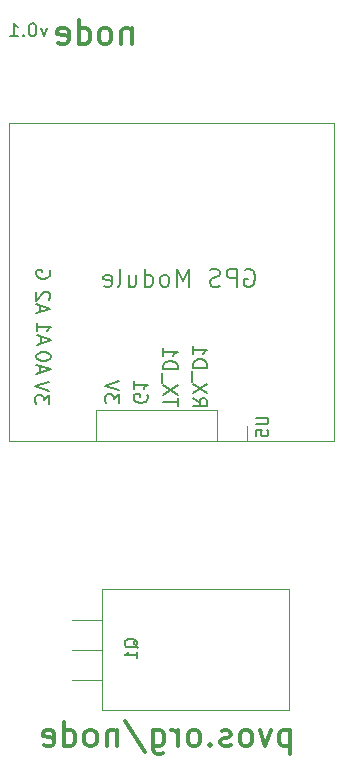
<source format=gbr>
%TF.GenerationSoftware,KiCad,Pcbnew,5.1.12-84ad8e8a86~92~ubuntu18.04.1*%
%TF.CreationDate,2022-01-08T21:29:22-05:00*%
%TF.ProjectId,remote,72656d6f-7465-42e6-9b69-6361645f7063,rev?*%
%TF.SameCoordinates,Original*%
%TF.FileFunction,Legend,Bot*%
%TF.FilePolarity,Positive*%
%FSLAX46Y46*%
G04 Gerber Fmt 4.6, Leading zero omitted, Abs format (unit mm)*
G04 Created by KiCad (PCBNEW 5.1.12-84ad8e8a86~92~ubuntu18.04.1) date 2022-01-08 21:29:22*
%MOMM*%
%LPD*%
G01*
G04 APERTURE LIST*
%ADD10C,0.300000*%
%ADD11C,0.150000*%
%ADD12C,0.120000*%
G04 APERTURE END LIST*
D10*
X33155238Y-94611428D02*
X33155238Y-95944761D01*
X33155238Y-94801904D02*
X33060000Y-94706666D01*
X32869523Y-94611428D01*
X32583809Y-94611428D01*
X32393333Y-94706666D01*
X32298095Y-94897142D01*
X32298095Y-95944761D01*
X31060000Y-95944761D02*
X31250476Y-95849523D01*
X31345714Y-95754285D01*
X31440952Y-95563809D01*
X31440952Y-94992380D01*
X31345714Y-94801904D01*
X31250476Y-94706666D01*
X31060000Y-94611428D01*
X30774285Y-94611428D01*
X30583809Y-94706666D01*
X30488571Y-94801904D01*
X30393333Y-94992380D01*
X30393333Y-95563809D01*
X30488571Y-95754285D01*
X30583809Y-95849523D01*
X30774285Y-95944761D01*
X31060000Y-95944761D01*
X28679047Y-95944761D02*
X28679047Y-93944761D01*
X28679047Y-95849523D02*
X28869523Y-95944761D01*
X29250476Y-95944761D01*
X29440952Y-95849523D01*
X29536190Y-95754285D01*
X29631428Y-95563809D01*
X29631428Y-94992380D01*
X29536190Y-94801904D01*
X29440952Y-94706666D01*
X29250476Y-94611428D01*
X28869523Y-94611428D01*
X28679047Y-94706666D01*
X26964761Y-95849523D02*
X27155238Y-95944761D01*
X27536190Y-95944761D01*
X27726666Y-95849523D01*
X27821904Y-95659047D01*
X27821904Y-94897142D01*
X27726666Y-94706666D01*
X27536190Y-94611428D01*
X27155238Y-94611428D01*
X26964761Y-94706666D01*
X26869523Y-94897142D01*
X26869523Y-95087619D01*
X27821904Y-95278095D01*
D11*
X25971428Y-94574285D02*
X25709523Y-95307619D01*
X25447619Y-94574285D01*
X24819047Y-94207619D02*
X24714285Y-94207619D01*
X24609523Y-94260000D01*
X24557142Y-94312380D01*
X24504761Y-94417142D01*
X24452380Y-94626666D01*
X24452380Y-94888571D01*
X24504761Y-95098095D01*
X24557142Y-95202857D01*
X24609523Y-95255238D01*
X24714285Y-95307619D01*
X24819047Y-95307619D01*
X24923809Y-95255238D01*
X24976190Y-95202857D01*
X25028571Y-95098095D01*
X25080952Y-94888571D01*
X25080952Y-94626666D01*
X25028571Y-94417142D01*
X24976190Y-94312380D01*
X24923809Y-94260000D01*
X24819047Y-94207619D01*
X23980952Y-95202857D02*
X23928571Y-95255238D01*
X23980952Y-95307619D01*
X24033333Y-95255238D01*
X23980952Y-95202857D01*
X23980952Y-95307619D01*
X22880952Y-95307619D02*
X23509523Y-95307619D01*
X23195238Y-95307619D02*
X23195238Y-94207619D01*
X23300000Y-94364761D01*
X23404761Y-94469523D01*
X23509523Y-94521904D01*
D10*
X46588571Y-154061428D02*
X46588571Y-156061428D01*
X46588571Y-154156666D02*
X46398095Y-154061428D01*
X46017142Y-154061428D01*
X45826666Y-154156666D01*
X45731428Y-154251904D01*
X45636190Y-154442380D01*
X45636190Y-155013809D01*
X45731428Y-155204285D01*
X45826666Y-155299523D01*
X46017142Y-155394761D01*
X46398095Y-155394761D01*
X46588571Y-155299523D01*
X44969523Y-154061428D02*
X44493333Y-155394761D01*
X44017142Y-154061428D01*
X42969523Y-155394761D02*
X43160000Y-155299523D01*
X43255238Y-155204285D01*
X43350476Y-155013809D01*
X43350476Y-154442380D01*
X43255238Y-154251904D01*
X43160000Y-154156666D01*
X42969523Y-154061428D01*
X42683809Y-154061428D01*
X42493333Y-154156666D01*
X42398095Y-154251904D01*
X42302857Y-154442380D01*
X42302857Y-155013809D01*
X42398095Y-155204285D01*
X42493333Y-155299523D01*
X42683809Y-155394761D01*
X42969523Y-155394761D01*
X41540952Y-155299523D02*
X41350476Y-155394761D01*
X40969523Y-155394761D01*
X40779047Y-155299523D01*
X40683809Y-155109047D01*
X40683809Y-155013809D01*
X40779047Y-154823333D01*
X40969523Y-154728095D01*
X41255238Y-154728095D01*
X41445714Y-154632857D01*
X41540952Y-154442380D01*
X41540952Y-154347142D01*
X41445714Y-154156666D01*
X41255238Y-154061428D01*
X40969523Y-154061428D01*
X40779047Y-154156666D01*
X39826666Y-155204285D02*
X39731428Y-155299523D01*
X39826666Y-155394761D01*
X39921904Y-155299523D01*
X39826666Y-155204285D01*
X39826666Y-155394761D01*
X38588571Y-155394761D02*
X38779047Y-155299523D01*
X38874285Y-155204285D01*
X38969523Y-155013809D01*
X38969523Y-154442380D01*
X38874285Y-154251904D01*
X38779047Y-154156666D01*
X38588571Y-154061428D01*
X38302857Y-154061428D01*
X38112380Y-154156666D01*
X38017142Y-154251904D01*
X37921904Y-154442380D01*
X37921904Y-155013809D01*
X38017142Y-155204285D01*
X38112380Y-155299523D01*
X38302857Y-155394761D01*
X38588571Y-155394761D01*
X37064761Y-155394761D02*
X37064761Y-154061428D01*
X37064761Y-154442380D02*
X36969523Y-154251904D01*
X36874285Y-154156666D01*
X36683809Y-154061428D01*
X36493333Y-154061428D01*
X34969523Y-154061428D02*
X34969523Y-155680476D01*
X35064761Y-155870952D01*
X35160000Y-155966190D01*
X35350476Y-156061428D01*
X35636190Y-156061428D01*
X35826666Y-155966190D01*
X34969523Y-155299523D02*
X35160000Y-155394761D01*
X35540952Y-155394761D01*
X35731428Y-155299523D01*
X35826666Y-155204285D01*
X35921904Y-155013809D01*
X35921904Y-154442380D01*
X35826666Y-154251904D01*
X35731428Y-154156666D01*
X35540952Y-154061428D01*
X35160000Y-154061428D01*
X34969523Y-154156666D01*
X32588571Y-153299523D02*
X34302857Y-155870952D01*
X31921904Y-154061428D02*
X31921904Y-155394761D01*
X31921904Y-154251904D02*
X31826666Y-154156666D01*
X31636190Y-154061428D01*
X31350476Y-154061428D01*
X31160000Y-154156666D01*
X31064761Y-154347142D01*
X31064761Y-155394761D01*
X29826666Y-155394761D02*
X30017142Y-155299523D01*
X30112380Y-155204285D01*
X30207619Y-155013809D01*
X30207619Y-154442380D01*
X30112380Y-154251904D01*
X30017142Y-154156666D01*
X29826666Y-154061428D01*
X29540952Y-154061428D01*
X29350476Y-154156666D01*
X29255238Y-154251904D01*
X29160000Y-154442380D01*
X29160000Y-155013809D01*
X29255238Y-155204285D01*
X29350476Y-155299523D01*
X29540952Y-155394761D01*
X29826666Y-155394761D01*
X27445714Y-155394761D02*
X27445714Y-153394761D01*
X27445714Y-155299523D02*
X27636190Y-155394761D01*
X28017142Y-155394761D01*
X28207619Y-155299523D01*
X28302857Y-155204285D01*
X28398095Y-155013809D01*
X28398095Y-154442380D01*
X28302857Y-154251904D01*
X28207619Y-154156666D01*
X28017142Y-154061428D01*
X27636190Y-154061428D01*
X27445714Y-154156666D01*
X25731428Y-155299523D02*
X25921904Y-155394761D01*
X26302857Y-155394761D01*
X26493333Y-155299523D01*
X26588571Y-155109047D01*
X26588571Y-154347142D01*
X26493333Y-154156666D01*
X26302857Y-154061428D01*
X25921904Y-154061428D01*
X25731428Y-154156666D01*
X25636190Y-154347142D01*
X25636190Y-154537619D01*
X26588571Y-154728095D01*
D11*
X34480000Y-125667142D02*
X34537142Y-125781428D01*
X34537142Y-125952857D01*
X34480000Y-126124285D01*
X34365714Y-126238571D01*
X34251428Y-126295714D01*
X34022857Y-126352857D01*
X33851428Y-126352857D01*
X33622857Y-126295714D01*
X33508571Y-126238571D01*
X33394285Y-126124285D01*
X33337142Y-125952857D01*
X33337142Y-125838571D01*
X33394285Y-125667142D01*
X33451428Y-125610000D01*
X33851428Y-125610000D01*
X33851428Y-125838571D01*
X33337142Y-124467142D02*
X33337142Y-125152857D01*
X33337142Y-124810000D02*
X34537142Y-124810000D01*
X34365714Y-124924285D01*
X34251428Y-125038571D01*
X34194285Y-125152857D01*
X38347142Y-125928571D02*
X38918571Y-126328571D01*
X38347142Y-126614285D02*
X39547142Y-126614285D01*
X39547142Y-126157142D01*
X39490000Y-126042857D01*
X39432857Y-125985714D01*
X39318571Y-125928571D01*
X39147142Y-125928571D01*
X39032857Y-125985714D01*
X38975714Y-126042857D01*
X38918571Y-126157142D01*
X38918571Y-126614285D01*
X39547142Y-125528571D02*
X38347142Y-124728571D01*
X39547142Y-124728571D02*
X38347142Y-125528571D01*
X38232857Y-124557142D02*
X38232857Y-123642857D01*
X38347142Y-123357142D02*
X39547142Y-123357142D01*
X39547142Y-123071428D01*
X39490000Y-122900000D01*
X39375714Y-122785714D01*
X39261428Y-122728571D01*
X39032857Y-122671428D01*
X38861428Y-122671428D01*
X38632857Y-122728571D01*
X38518571Y-122785714D01*
X38404285Y-122900000D01*
X38347142Y-123071428D01*
X38347142Y-123357142D01*
X38347142Y-121528571D02*
X38347142Y-122214285D01*
X38347142Y-121871428D02*
X39547142Y-121871428D01*
X39375714Y-121985714D01*
X39261428Y-122100000D01*
X39204285Y-122214285D01*
X37047142Y-126642857D02*
X37047142Y-125957142D01*
X35847142Y-126300000D02*
X37047142Y-126300000D01*
X37047142Y-125671428D02*
X35847142Y-124871428D01*
X37047142Y-124871428D02*
X35847142Y-125671428D01*
X35732857Y-124700000D02*
X35732857Y-123785714D01*
X35847142Y-123500000D02*
X37047142Y-123500000D01*
X37047142Y-123214285D01*
X36990000Y-123042857D01*
X36875714Y-122928571D01*
X36761428Y-122871428D01*
X36532857Y-122814285D01*
X36361428Y-122814285D01*
X36132857Y-122871428D01*
X36018571Y-122928571D01*
X35904285Y-123042857D01*
X35847142Y-123214285D01*
X35847142Y-123500000D01*
X35847142Y-121671428D02*
X35847142Y-122357142D01*
X35847142Y-122014285D02*
X37047142Y-122014285D01*
X36875714Y-122128571D01*
X36761428Y-122242857D01*
X36704285Y-122357142D01*
X32107142Y-126384285D02*
X32107142Y-125641428D01*
X31650000Y-126041428D01*
X31650000Y-125870000D01*
X31592857Y-125755714D01*
X31535714Y-125698571D01*
X31421428Y-125641428D01*
X31135714Y-125641428D01*
X31021428Y-125698571D01*
X30964285Y-125755714D01*
X30907142Y-125870000D01*
X30907142Y-126212857D01*
X30964285Y-126327142D01*
X31021428Y-126384285D01*
X32107142Y-125298571D02*
X30907142Y-124898571D01*
X32107142Y-124498571D01*
X26187142Y-126434285D02*
X26187142Y-125691428D01*
X25730000Y-126091428D01*
X25730000Y-125920000D01*
X25672857Y-125805714D01*
X25615714Y-125748571D01*
X25501428Y-125691428D01*
X25215714Y-125691428D01*
X25101428Y-125748571D01*
X25044285Y-125805714D01*
X24987142Y-125920000D01*
X24987142Y-126262857D01*
X25044285Y-126377142D01*
X25101428Y-126434285D01*
X26187142Y-125348571D02*
X24987142Y-124948571D01*
X26187142Y-124548571D01*
X26210000Y-115135714D02*
X26267142Y-115250000D01*
X26267142Y-115421428D01*
X26210000Y-115592857D01*
X26095714Y-115707142D01*
X25981428Y-115764285D01*
X25752857Y-115821428D01*
X25581428Y-115821428D01*
X25352857Y-115764285D01*
X25238571Y-115707142D01*
X25124285Y-115592857D01*
X25067142Y-115421428D01*
X25067142Y-115307142D01*
X25124285Y-115135714D01*
X25181428Y-115078571D01*
X25581428Y-115078571D01*
X25581428Y-115307142D01*
X25400000Y-118657142D02*
X25400000Y-118085714D01*
X25057142Y-118771428D02*
X26257142Y-118371428D01*
X25057142Y-117971428D01*
X26142857Y-117628571D02*
X26200000Y-117571428D01*
X26257142Y-117457142D01*
X26257142Y-117171428D01*
X26200000Y-117057142D01*
X26142857Y-117000000D01*
X26028571Y-116942857D01*
X25914285Y-116942857D01*
X25742857Y-117000000D01*
X25057142Y-117685714D01*
X25057142Y-116942857D01*
X25500000Y-121307142D02*
X25500000Y-120735714D01*
X25157142Y-121421428D02*
X26357142Y-121021428D01*
X25157142Y-120621428D01*
X25157142Y-119592857D02*
X25157142Y-120278571D01*
X25157142Y-119935714D02*
X26357142Y-119935714D01*
X26185714Y-120050000D01*
X26071428Y-120164285D01*
X26014285Y-120278571D01*
X25440000Y-123797142D02*
X25440000Y-123225714D01*
X25097142Y-123911428D02*
X26297142Y-123511428D01*
X25097142Y-123111428D01*
X26297142Y-122482857D02*
X26297142Y-122368571D01*
X26240000Y-122254285D01*
X26182857Y-122197142D01*
X26068571Y-122140000D01*
X25840000Y-122082857D01*
X25554285Y-122082857D01*
X25325714Y-122140000D01*
X25211428Y-122197142D01*
X25154285Y-122254285D01*
X25097142Y-122368571D01*
X25097142Y-122482857D01*
X25154285Y-122597142D01*
X25211428Y-122654285D01*
X25325714Y-122711428D01*
X25554285Y-122768571D01*
X25840000Y-122768571D01*
X26068571Y-122711428D01*
X26182857Y-122654285D01*
X26240000Y-122597142D01*
X26297142Y-122482857D01*
X42771428Y-115070000D02*
X42914285Y-114998571D01*
X43128571Y-114998571D01*
X43342857Y-115070000D01*
X43485714Y-115212857D01*
X43557142Y-115355714D01*
X43628571Y-115641428D01*
X43628571Y-115855714D01*
X43557142Y-116141428D01*
X43485714Y-116284285D01*
X43342857Y-116427142D01*
X43128571Y-116498571D01*
X42985714Y-116498571D01*
X42771428Y-116427142D01*
X42700000Y-116355714D01*
X42700000Y-115855714D01*
X42985714Y-115855714D01*
X42057142Y-116498571D02*
X42057142Y-114998571D01*
X41485714Y-114998571D01*
X41342857Y-115070000D01*
X41271428Y-115141428D01*
X41200000Y-115284285D01*
X41200000Y-115498571D01*
X41271428Y-115641428D01*
X41342857Y-115712857D01*
X41485714Y-115784285D01*
X42057142Y-115784285D01*
X40628571Y-116427142D02*
X40414285Y-116498571D01*
X40057142Y-116498571D01*
X39914285Y-116427142D01*
X39842857Y-116355714D01*
X39771428Y-116212857D01*
X39771428Y-116070000D01*
X39842857Y-115927142D01*
X39914285Y-115855714D01*
X40057142Y-115784285D01*
X40342857Y-115712857D01*
X40485714Y-115641428D01*
X40557142Y-115570000D01*
X40628571Y-115427142D01*
X40628571Y-115284285D01*
X40557142Y-115141428D01*
X40485714Y-115070000D01*
X40342857Y-114998571D01*
X39985714Y-114998571D01*
X39771428Y-115070000D01*
X37985714Y-116498571D02*
X37985714Y-114998571D01*
X37485714Y-116070000D01*
X36985714Y-114998571D01*
X36985714Y-116498571D01*
X36057142Y-116498571D02*
X36200000Y-116427142D01*
X36271428Y-116355714D01*
X36342857Y-116212857D01*
X36342857Y-115784285D01*
X36271428Y-115641428D01*
X36200000Y-115570000D01*
X36057142Y-115498571D01*
X35842857Y-115498571D01*
X35700000Y-115570000D01*
X35628571Y-115641428D01*
X35557142Y-115784285D01*
X35557142Y-116212857D01*
X35628571Y-116355714D01*
X35700000Y-116427142D01*
X35842857Y-116498571D01*
X36057142Y-116498571D01*
X34271428Y-116498571D02*
X34271428Y-114998571D01*
X34271428Y-116427142D02*
X34414285Y-116498571D01*
X34700000Y-116498571D01*
X34842857Y-116427142D01*
X34914285Y-116355714D01*
X34985714Y-116212857D01*
X34985714Y-115784285D01*
X34914285Y-115641428D01*
X34842857Y-115570000D01*
X34700000Y-115498571D01*
X34414285Y-115498571D01*
X34271428Y-115570000D01*
X32914285Y-115498571D02*
X32914285Y-116498571D01*
X33557142Y-115498571D02*
X33557142Y-116284285D01*
X33485714Y-116427142D01*
X33342857Y-116498571D01*
X33128571Y-116498571D01*
X32985714Y-116427142D01*
X32914285Y-116355714D01*
X31985714Y-116498571D02*
X32128571Y-116427142D01*
X32200000Y-116284285D01*
X32200000Y-114998571D01*
X30842857Y-116427142D02*
X30985714Y-116498571D01*
X31271428Y-116498571D01*
X31414285Y-116427142D01*
X31485714Y-116284285D01*
X31485714Y-115712857D01*
X31414285Y-115570000D01*
X31271428Y-115498571D01*
X30985714Y-115498571D01*
X30842857Y-115570000D01*
X30771428Y-115712857D01*
X30771428Y-115855714D01*
X31485714Y-115998571D01*
D12*
%TO.C,Q1*%
X30630000Y-152390000D02*
X30630000Y-142150000D01*
X46520000Y-152390000D02*
X46520000Y-142150000D01*
X46520000Y-152390000D02*
X30630000Y-152390000D01*
X46520000Y-142150000D02*
X30630000Y-142150000D01*
X30630000Y-149810000D02*
X28090000Y-149810000D01*
X30630000Y-147270000D02*
X28090000Y-147270000D01*
X30630000Y-144730000D02*
X28090000Y-144730000D01*
%TO.C,U5*%
X30140000Y-129610000D02*
X30140000Y-126950000D01*
X40360000Y-129610000D02*
X30140000Y-129610000D01*
X40360000Y-126950000D02*
X30140000Y-126950000D01*
X40360000Y-129610000D02*
X40360000Y-126950000D01*
X41630000Y-129610000D02*
X42960000Y-129610000D01*
X42960000Y-129610000D02*
X42960000Y-128280000D01*
X50320000Y-129620000D02*
X50320000Y-102660000D01*
X22770000Y-129620000D02*
X22770000Y-102660000D01*
X50320000Y-102660000D02*
X22770000Y-102660000D01*
X50320000Y-129620000D02*
X22770000Y-129620000D01*
%TO.C,Q1*%
D11*
X33677619Y-147074761D02*
X33630000Y-146979523D01*
X33534761Y-146884285D01*
X33391904Y-146741428D01*
X33344285Y-146646190D01*
X33344285Y-146550952D01*
X33582380Y-146598571D02*
X33534761Y-146503333D01*
X33439523Y-146408095D01*
X33249047Y-146360476D01*
X32915714Y-146360476D01*
X32725238Y-146408095D01*
X32630000Y-146503333D01*
X32582380Y-146598571D01*
X32582380Y-146789047D01*
X32630000Y-146884285D01*
X32725238Y-146979523D01*
X32915714Y-147027142D01*
X33249047Y-147027142D01*
X33439523Y-146979523D01*
X33534761Y-146884285D01*
X33582380Y-146789047D01*
X33582380Y-146598571D01*
X33582380Y-147979523D02*
X33582380Y-147408095D01*
X33582380Y-147693809D02*
X32582380Y-147693809D01*
X32725238Y-147598571D01*
X32820476Y-147503333D01*
X32868095Y-147408095D01*
%TO.C,U5*%
X43722380Y-127608095D02*
X44531904Y-127608095D01*
X44627142Y-127655714D01*
X44674761Y-127703333D01*
X44722380Y-127798571D01*
X44722380Y-127989047D01*
X44674761Y-128084285D01*
X44627142Y-128131904D01*
X44531904Y-128179523D01*
X43722380Y-128179523D01*
X43722380Y-129131904D02*
X43722380Y-128655714D01*
X44198571Y-128608095D01*
X44150952Y-128655714D01*
X44103333Y-128750952D01*
X44103333Y-128989047D01*
X44150952Y-129084285D01*
X44198571Y-129131904D01*
X44293809Y-129179523D01*
X44531904Y-129179523D01*
X44627142Y-129131904D01*
X44674761Y-129084285D01*
X44722380Y-128989047D01*
X44722380Y-128750952D01*
X44674761Y-128655714D01*
X44627142Y-128608095D01*
%TD*%
M02*

</source>
